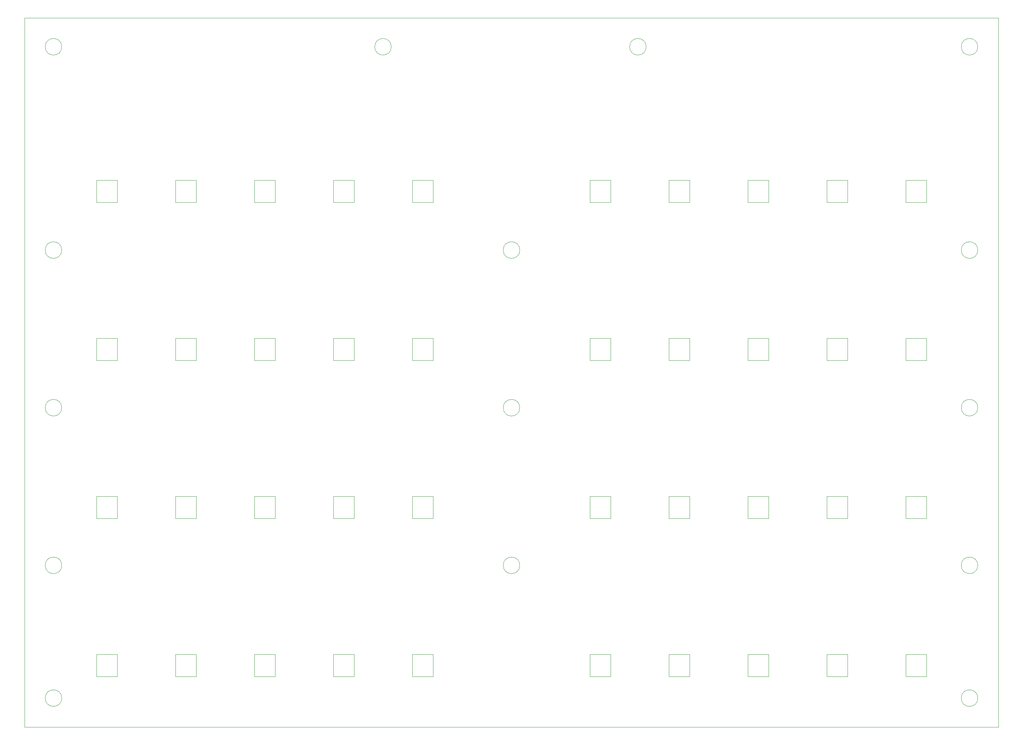
<source format=gm1>
G04 #@! TF.GenerationSoftware,KiCad,Pcbnew,8.0.6*
G04 #@! TF.CreationDate,2024-11-09T01:20:35+01:00*
G04 #@! TF.ProjectId,DMX_MIDI_FIGHTER,444d585f-4d49-4444-995f-464947485445,rev?*
G04 #@! TF.SameCoordinates,Original*
G04 #@! TF.FileFunction,Profile,NP*
%FSLAX46Y46*%
G04 Gerber Fmt 4.6, Leading zero omitted, Abs format (unit mm)*
G04 Created by KiCad (PCBNEW 8.0.6) date 2024-11-09 01:20:35*
%MOMM*%
%LPD*%
G01*
G04 APERTURE LIST*
G04 #@! TA.AperFunction,Profile*
%ADD10C,0.050000*%
G04 #@! TD*
G04 #@! TA.AperFunction,Profile*
%ADD11C,0.120000*%
G04 #@! TD*
G04 APERTURE END LIST*
D10*
X168500000Y-148000000D02*
G75*
G02*
X164500000Y-148000000I-2000000J0D01*
G01*
X164500000Y-148000000D02*
G75*
G02*
X168500000Y-148000000I2000000J0D01*
G01*
X49000000Y-54000000D02*
X284000000Y-54000000D01*
X284000000Y-225000000D01*
X49000000Y-225000000D01*
X49000000Y-54000000D01*
X137500000Y-61000000D02*
G75*
G02*
X133500000Y-61000000I-2000000J0D01*
G01*
X133500000Y-61000000D02*
G75*
G02*
X137500000Y-61000000I2000000J0D01*
G01*
X168500000Y-110000000D02*
G75*
G02*
X164500000Y-110000000I-2000000J0D01*
G01*
X164500000Y-110000000D02*
G75*
G02*
X168500000Y-110000000I2000000J0D01*
G01*
X279000000Y-148000000D02*
G75*
G02*
X275000000Y-148000000I-2000000J0D01*
G01*
X275000000Y-148000000D02*
G75*
G02*
X279000000Y-148000000I2000000J0D01*
G01*
X279000000Y-110000000D02*
G75*
G02*
X275000000Y-110000000I-2000000J0D01*
G01*
X275000000Y-110000000D02*
G75*
G02*
X279000000Y-110000000I2000000J0D01*
G01*
X58000000Y-61000000D02*
G75*
G02*
X54000000Y-61000000I-2000000J0D01*
G01*
X54000000Y-61000000D02*
G75*
G02*
X58000000Y-61000000I2000000J0D01*
G01*
X58000000Y-186000000D02*
G75*
G02*
X54000000Y-186000000I-2000000J0D01*
G01*
X54000000Y-186000000D02*
G75*
G02*
X58000000Y-186000000I2000000J0D01*
G01*
X58000000Y-218000000D02*
G75*
G02*
X54000000Y-218000000I-2000000J0D01*
G01*
X54000000Y-218000000D02*
G75*
G02*
X58000000Y-218000000I2000000J0D01*
G01*
X168500000Y-186000000D02*
G75*
G02*
X164500000Y-186000000I-2000000J0D01*
G01*
X164500000Y-186000000D02*
G75*
G02*
X168500000Y-186000000I2000000J0D01*
G01*
X279000000Y-218000000D02*
G75*
G02*
X275000000Y-218000000I-2000000J0D01*
G01*
X275000000Y-218000000D02*
G75*
G02*
X279000000Y-218000000I2000000J0D01*
G01*
X58000000Y-110000000D02*
G75*
G02*
X54000000Y-110000000I-2000000J0D01*
G01*
X54000000Y-110000000D02*
G75*
G02*
X58000000Y-110000000I2000000J0D01*
G01*
X279000000Y-61000000D02*
G75*
G02*
X275000000Y-61000000I-2000000J0D01*
G01*
X275000000Y-61000000D02*
G75*
G02*
X279000000Y-61000000I2000000J0D01*
G01*
X199000000Y-61000000D02*
G75*
G02*
X195000000Y-61000000I-2000000J0D01*
G01*
X195000000Y-61000000D02*
G75*
G02*
X199000000Y-61000000I2000000J0D01*
G01*
X58000000Y-148000000D02*
G75*
G02*
X54000000Y-148000000I-2000000J0D01*
G01*
X54000000Y-148000000D02*
G75*
G02*
X58000000Y-148000000I2000000J0D01*
G01*
X279000000Y-186000000D02*
G75*
G02*
X275000000Y-186000000I-2000000J0D01*
G01*
X275000000Y-186000000D02*
G75*
G02*
X279000000Y-186000000I2000000J0D01*
G01*
D11*
X104497500Y-207485000D02*
X104497500Y-212775000D01*
X104497500Y-212775000D02*
X109497500Y-212775000D01*
X109497500Y-207485000D02*
X104497500Y-207485000D01*
X109497500Y-212775000D02*
X109497500Y-207485000D01*
X261660000Y-131285000D02*
X261660000Y-136575000D01*
X261660000Y-136575000D02*
X266660000Y-136575000D01*
X266660000Y-131285000D02*
X261660000Y-131285000D01*
X266660000Y-136575000D02*
X266660000Y-131285000D01*
X104497500Y-169385000D02*
X104497500Y-174675000D01*
X104497500Y-174675000D02*
X109497500Y-174675000D01*
X109497500Y-169385000D02*
X104497500Y-169385000D01*
X109497500Y-174675000D02*
X109497500Y-169385000D01*
X223560000Y-131285000D02*
X223560000Y-136575000D01*
X223560000Y-136575000D02*
X228560000Y-136575000D01*
X228560000Y-131285000D02*
X223560000Y-131285000D01*
X228560000Y-136575000D02*
X228560000Y-131285000D01*
X142597500Y-93185000D02*
X142597500Y-98475000D01*
X142597500Y-98475000D02*
X147597500Y-98475000D01*
X147597500Y-93185000D02*
X142597500Y-93185000D01*
X147597500Y-98475000D02*
X147597500Y-93185000D01*
X85447500Y-93185000D02*
X85447500Y-98475000D01*
X85447500Y-98475000D02*
X90447500Y-98475000D01*
X90447500Y-93185000D02*
X85447500Y-93185000D01*
X90447500Y-98475000D02*
X90447500Y-93185000D01*
X185460000Y-207485000D02*
X185460000Y-212775000D01*
X185460000Y-212775000D02*
X190460000Y-212775000D01*
X190460000Y-207485000D02*
X185460000Y-207485000D01*
X190460000Y-212775000D02*
X190460000Y-207485000D01*
X142597500Y-131285000D02*
X142597500Y-136575000D01*
X142597500Y-136575000D02*
X147597500Y-136575000D01*
X147597500Y-131285000D02*
X142597500Y-131285000D01*
X147597500Y-136575000D02*
X147597500Y-131285000D01*
X261660000Y-93185000D02*
X261660000Y-98475000D01*
X261660000Y-98475000D02*
X266660000Y-98475000D01*
X266660000Y-93185000D02*
X261660000Y-93185000D01*
X266660000Y-98475000D02*
X266660000Y-93185000D01*
X204510000Y-207485000D02*
X204510000Y-212775000D01*
X204510000Y-212775000D02*
X209510000Y-212775000D01*
X209510000Y-207485000D02*
X204510000Y-207485000D01*
X209510000Y-212775000D02*
X209510000Y-207485000D01*
X223560000Y-93185000D02*
X223560000Y-98475000D01*
X223560000Y-98475000D02*
X228560000Y-98475000D01*
X228560000Y-93185000D02*
X223560000Y-93185000D01*
X228560000Y-98475000D02*
X228560000Y-93185000D01*
X85447500Y-169385000D02*
X85447500Y-174675000D01*
X85447500Y-174675000D02*
X90447500Y-174675000D01*
X90447500Y-169385000D02*
X85447500Y-169385000D01*
X90447500Y-174675000D02*
X90447500Y-169385000D01*
X185460000Y-93185000D02*
X185460000Y-98475000D01*
X185460000Y-98475000D02*
X190460000Y-98475000D01*
X190460000Y-93185000D02*
X185460000Y-93185000D01*
X190460000Y-98475000D02*
X190460000Y-93185000D01*
X261660000Y-169385000D02*
X261660000Y-174675000D01*
X261660000Y-174675000D02*
X266660000Y-174675000D01*
X266660000Y-169385000D02*
X261660000Y-169385000D01*
X266660000Y-174675000D02*
X266660000Y-169385000D01*
X242610000Y-131285000D02*
X242610000Y-136575000D01*
X242610000Y-136575000D02*
X247610000Y-136575000D01*
X247610000Y-131285000D02*
X242610000Y-131285000D01*
X247610000Y-136575000D02*
X247610000Y-131285000D01*
X104497500Y-131285000D02*
X104497500Y-136575000D01*
X104497500Y-136575000D02*
X109497500Y-136575000D01*
X109497500Y-131285000D02*
X104497500Y-131285000D01*
X109497500Y-136575000D02*
X109497500Y-131285000D01*
X123547500Y-169385000D02*
X123547500Y-174675000D01*
X123547500Y-174675000D02*
X128547500Y-174675000D01*
X128547500Y-169385000D02*
X123547500Y-169385000D01*
X128547500Y-174675000D02*
X128547500Y-169385000D01*
X66397500Y-131285000D02*
X66397500Y-136575000D01*
X66397500Y-136575000D02*
X71397500Y-136575000D01*
X71397500Y-131285000D02*
X66397500Y-131285000D01*
X71397500Y-136575000D02*
X71397500Y-131285000D01*
X123547500Y-207485000D02*
X123547500Y-212775000D01*
X123547500Y-212775000D02*
X128547500Y-212775000D01*
X128547500Y-207485000D02*
X123547500Y-207485000D01*
X128547500Y-212775000D02*
X128547500Y-207485000D01*
X242610000Y-169385000D02*
X242610000Y-174675000D01*
X242610000Y-174675000D02*
X247610000Y-174675000D01*
X247610000Y-169385000D02*
X242610000Y-169385000D01*
X247610000Y-174675000D02*
X247610000Y-169385000D01*
X85447500Y-207485000D02*
X85447500Y-212775000D01*
X85447500Y-212775000D02*
X90447500Y-212775000D01*
X90447500Y-207485000D02*
X85447500Y-207485000D01*
X90447500Y-212775000D02*
X90447500Y-207485000D01*
X123547500Y-93185000D02*
X123547500Y-98475000D01*
X123547500Y-98475000D02*
X128547500Y-98475000D01*
X128547500Y-93185000D02*
X123547500Y-93185000D01*
X128547500Y-98475000D02*
X128547500Y-93185000D01*
X261660000Y-207485000D02*
X261660000Y-212775000D01*
X261660000Y-212775000D02*
X266660000Y-212775000D01*
X266660000Y-207485000D02*
X261660000Y-207485000D01*
X266660000Y-212775000D02*
X266660000Y-207485000D01*
X123547500Y-131285000D02*
X123547500Y-136575000D01*
X123547500Y-136575000D02*
X128547500Y-136575000D01*
X128547500Y-131285000D02*
X123547500Y-131285000D01*
X128547500Y-136575000D02*
X128547500Y-131285000D01*
X242610000Y-93185000D02*
X242610000Y-98475000D01*
X242610000Y-98475000D02*
X247610000Y-98475000D01*
X247610000Y-93185000D02*
X242610000Y-93185000D01*
X247610000Y-98475000D02*
X247610000Y-93185000D01*
X204510000Y-93185000D02*
X204510000Y-98475000D01*
X204510000Y-98475000D02*
X209510000Y-98475000D01*
X209510000Y-93185000D02*
X204510000Y-93185000D01*
X209510000Y-98475000D02*
X209510000Y-93185000D01*
X85447500Y-131285000D02*
X85447500Y-136575000D01*
X85447500Y-136575000D02*
X90447500Y-136575000D01*
X90447500Y-131285000D02*
X85447500Y-131285000D01*
X90447500Y-136575000D02*
X90447500Y-131285000D01*
X66397500Y-207485000D02*
X66397500Y-212775000D01*
X66397500Y-212775000D02*
X71397500Y-212775000D01*
X71397500Y-207485000D02*
X66397500Y-207485000D01*
X71397500Y-212775000D02*
X71397500Y-207485000D01*
X204510000Y-169385000D02*
X204510000Y-174675000D01*
X204510000Y-174675000D02*
X209510000Y-174675000D01*
X209510000Y-169385000D02*
X204510000Y-169385000D01*
X209510000Y-174675000D02*
X209510000Y-169385000D01*
X66397500Y-93185000D02*
X66397500Y-98475000D01*
X66397500Y-98475000D02*
X71397500Y-98475000D01*
X71397500Y-93185000D02*
X66397500Y-93185000D01*
X71397500Y-98475000D02*
X71397500Y-93185000D01*
X185460000Y-131285000D02*
X185460000Y-136575000D01*
X185460000Y-136575000D02*
X190460000Y-136575000D01*
X190460000Y-131285000D02*
X185460000Y-131285000D01*
X190460000Y-136575000D02*
X190460000Y-131285000D01*
X242610000Y-207485000D02*
X242610000Y-212775000D01*
X242610000Y-212775000D02*
X247610000Y-212775000D01*
X247610000Y-207485000D02*
X242610000Y-207485000D01*
X247610000Y-212775000D02*
X247610000Y-207485000D01*
X142597500Y-169385000D02*
X142597500Y-174675000D01*
X142597500Y-174675000D02*
X147597500Y-174675000D01*
X147597500Y-169385000D02*
X142597500Y-169385000D01*
X147597500Y-174675000D02*
X147597500Y-169385000D01*
X204510000Y-131285000D02*
X204510000Y-136575000D01*
X204510000Y-136575000D02*
X209510000Y-136575000D01*
X209510000Y-131285000D02*
X204510000Y-131285000D01*
X209510000Y-136575000D02*
X209510000Y-131285000D01*
X142597500Y-207485000D02*
X142597500Y-212775000D01*
X142597500Y-212775000D02*
X147597500Y-212775000D01*
X147597500Y-207485000D02*
X142597500Y-207485000D01*
X147597500Y-212775000D02*
X147597500Y-207485000D01*
X104497500Y-93185000D02*
X104497500Y-98475000D01*
X104497500Y-98475000D02*
X109497500Y-98475000D01*
X109497500Y-93185000D02*
X104497500Y-93185000D01*
X109497500Y-98475000D02*
X109497500Y-93185000D01*
X66397500Y-169385000D02*
X66397500Y-174675000D01*
X66397500Y-174675000D02*
X71397500Y-174675000D01*
X71397500Y-169385000D02*
X66397500Y-169385000D01*
X71397500Y-174675000D02*
X71397500Y-169385000D01*
X223560000Y-169385000D02*
X223560000Y-174675000D01*
X223560000Y-174675000D02*
X228560000Y-174675000D01*
X228560000Y-169385000D02*
X223560000Y-169385000D01*
X228560000Y-174675000D02*
X228560000Y-169385000D01*
X223560000Y-207485000D02*
X223560000Y-212775000D01*
X223560000Y-212775000D02*
X228560000Y-212775000D01*
X228560000Y-207485000D02*
X223560000Y-207485000D01*
X228560000Y-212775000D02*
X228560000Y-207485000D01*
X185460000Y-169385000D02*
X185460000Y-174675000D01*
X185460000Y-174675000D02*
X190460000Y-174675000D01*
X190460000Y-169385000D02*
X185460000Y-169385000D01*
X190460000Y-174675000D02*
X190460000Y-169385000D01*
M02*

</source>
